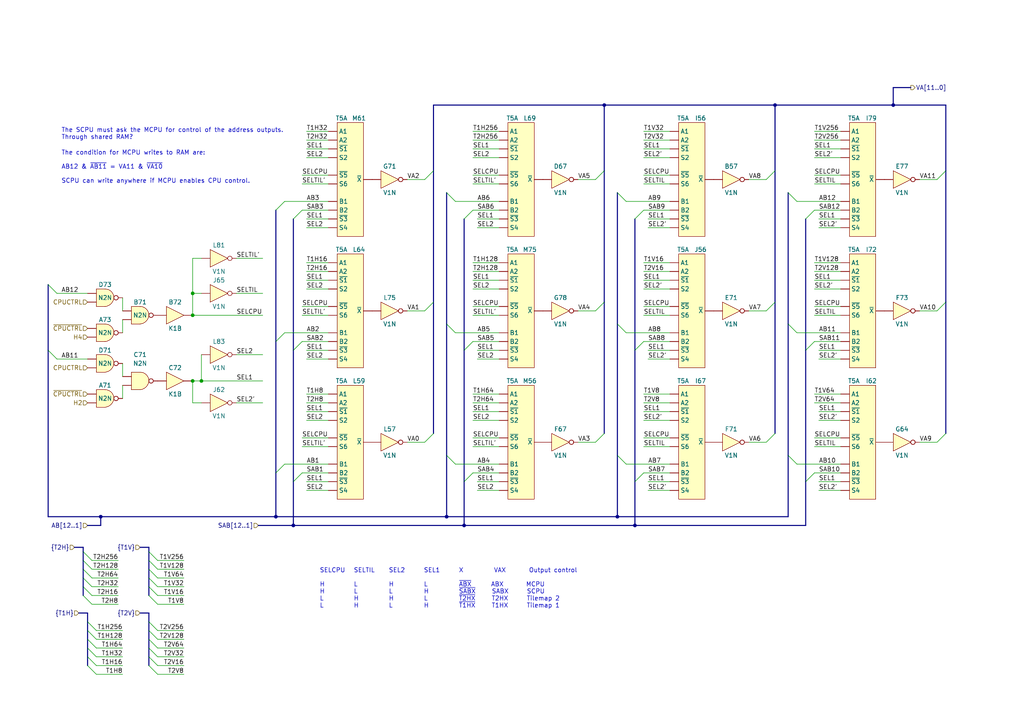
<source format=kicad_sch>
(kicad_sch (version 20231120) (generator "eeschema") (generator_version "8.0")
  (paper "A4")
  (title_block (title "Konami 007779") (date "2023-09-17"))
  (lib_symbols
    (symbol "ga_fujitsu_av:K1B"
      (property "Reference" "U" (at -1.27 3.81 0))
      (property "Value" "K1B" (at -0.6412 -0.0298 0))
      (symbol "K1B_1_1"
        (polyline (pts (xy -2.54 2.54) (xy -2.54 -2.54) (xy 2.54 0) (xy -2.54 2.54)) (fill (type background)))
        (pin input line (at -5.08 0 0) (length 2.54) (name "") (number ""))
        (pin output line (at 5.08 0 180) (length 2.54) (name "") (number ""))
      )
    )
    (symbol "ga_fujitsu_av:N2N"
      (property "Reference" "U" (at 0 3.81 0))
      (property "Value" "N2N" (at 0 0 0))
      (symbol "N2N_1_1"
        (arc (start 0 -2.54) (mid 1.7263 -1.7263) (end 2.54 0) (fill (type background)))
        (polyline (pts (xy 0 2.54) (xy -2.54 2.54) (xy -2.54 -2.54) (xy 0 -2.54)) (fill (type background)))
        (arc (start 2.54 0) (mid 1.7961 1.7961) (end 0 2.54) (fill (type background)))
        (pin input line (at -5.08 -1.27 0) (length 2.54) (name "") (number ""))
        (pin input line (at -5.08 1.27 0) (length 2.54) (name "") (number ""))
        (pin output inverted (at 5.08 0 180) (length 2.54) (name "") (number ""))
      )
    )
    (symbol "ga_fujitsu_av:T5A"
      (property "Reference" "U" (at 2.54 17.78 0))
      (property "Value" "T5A" (at -2.54 17.78 0))
      (symbol "T5A_1_1"
        (rectangle (start -3.81 16.51) (end 3.81 -16.51) (fill (type background)))
        (pin input line (at -6.35 13.97 0) (length 2.54) (name "A1") (number ""))
        (pin input line (at -6.35 11.43 0) (length 2.54) (name "A2") (number ""))
        (pin input line (at -6.35 -6.35 0) (length 2.54) (name "B1") (number ""))
        (pin input line (at -6.35 -8.89 0) (length 2.54) (name "B2") (number ""))
        (pin input line (at -6.35 6.35 0) (length 2.54) (name "S2") (number ""))
        (pin input line (at -6.35 -13.97 0) (length 2.54) (name "S4") (number ""))
        (pin input line (at -6.35 -1.27 0) (length 2.54) (name "S6") (number ""))
        (pin input line (at -6.35 8.89 0) (length 2.54) (name "~{S1}") (number ""))
        (pin input line (at -6.35 -11.43 0) (length 2.54) (name "~{S3}") (number ""))
        (pin input line (at -6.35 1.27 0) (length 2.54) (name "~{S5}") (number ""))
        (pin output line (at 6.35 0 180) (length 2.54) (name "~{X}") (number ""))
      )
    )
    (symbol "ga_fujitsu_av:V1N"
      (property "Reference" "U" (at 0 2.54 0))
      (property "Value" "V1N" (at 0 -3.81 0))
      (symbol "V1N_1_1"
        (polyline (pts (xy -2.54 2.54) (xy -2.54 -2.54) (xy 2.54 0) (xy -2.54 2.54)) (fill (type background)))
        (pin input line (at -5.08 0 0) (length 2.54) (name "") (number ""))
        (pin output inverted (at 5.08 0 180) (length 2.54) (name "") (number ""))
      )
    )
  )
  (junction (at 184.15 152.4))
  (junction (at 29.21 149.86))
  (junction (at 129.54 149.86))
  (junction (at 55.88 91.44))
  (junction (at 85.09 152.4))
  (junction (at 179.07 149.86))
  (junction (at 55.88 110.49))
  (junction (at 224.79 30.48))
  (junction (at 175.26 30.48))
  (junction (at 80.01 149.86))
  (junction (at 259.08 30.48))
  (junction (at 58.42 110.49))
  (junction (at 55.88 85.09))
  (junction (at 134.62 152.4))
  (bus_entry (at 26.67 167.64) (size -2.54 -2.54))
  (bus_entry (at 129.54 132.08) (size 2.54 2.54))
  (bus_entry (at 43.18 180.34) (size 2.54 2.54))
  (bus_entry (at 85.09 101.6) (size 2.54 -2.54))
  (bus_entry (at 233.68 101.6) (size 2.54 -2.54))
  (bus_entry (at 134.62 139.7) (size 2.54 -2.54))
  (bus_entry (at 129.54 93.98) (size 2.54 2.54))
  (bus_entry (at 129.54 55.88) (size 2.54 2.54))
  (bus_entry (at 26.67 165.1) (size -2.54 -2.54))
  (bus_entry (at 134.62 101.6) (size 2.54 -2.54))
  (bus_entry (at 179.07 55.88) (size 2.54 2.54))
  (bus_entry (at 45.72 162.56) (size -2.54 -2.54))
  (bus_entry (at 45.72 195.58) (size -2.54 -2.54))
  (bus_entry (at 123.19 128.27) (size 2.54 -2.54))
  (bus_entry (at 271.78 90.17) (size 2.54 -2.54))
  (bus_entry (at 26.67 162.56) (size -2.54 -2.54))
  (bus_entry (at 271.78 128.27) (size 2.54 -2.54))
  (bus_entry (at 184.15 101.6) (size 2.54 -2.54))
  (bus_entry (at 179.07 132.08) (size 2.54 2.54))
  (bus_entry (at 45.72 175.26) (size -2.54 -2.54))
  (bus_entry (at 222.25 90.17) (size 2.54 -2.54))
  (bus_entry (at 80.01 137.16) (size 2.54 -2.54))
  (bus_entry (at 45.72 187.96) (size -2.54 -2.54))
  (bus_entry (at 233.68 63.5) (size 2.54 -2.54))
  (bus_entry (at 16.51 104.14) (size -2.54 -2.54))
  (bus_entry (at 172.72 90.17) (size 2.54 -2.54))
  (bus_entry (at 27.94 190.5) (size -2.54 -2.54))
  (bus_entry (at 233.68 139.7) (size 2.54 -2.54))
  (bus_entry (at 85.09 63.5) (size 2.54 -2.54))
  (bus_entry (at 172.72 52.07) (size 2.54 -2.54))
  (bus_entry (at 179.07 93.98) (size 2.54 2.54))
  (bus_entry (at 271.78 52.07) (size 2.54 -2.54))
  (bus_entry (at 45.72 172.72) (size -2.54 -2.54))
  (bus_entry (at 45.72 193.04) (size -2.54 -2.54))
  (bus_entry (at 222.25 128.27) (size 2.54 -2.54))
  (bus_entry (at 27.94 193.04) (size -2.54 -2.54))
  (bus_entry (at 27.94 185.42) (size -2.54 -2.54))
  (bus_entry (at 228.6 132.08) (size 2.54 2.54))
  (bus_entry (at 172.72 128.27) (size 2.54 -2.54))
  (bus_entry (at 228.6 93.98) (size 2.54 2.54))
  (bus_entry (at 222.25 52.07) (size 2.54 -2.54))
  (bus_entry (at 45.72 185.42) (size -2.54 -2.54))
  (bus_entry (at 27.94 187.96) (size -2.54 -2.54))
  (bus_entry (at 184.15 139.7) (size 2.54 -2.54))
  (bus_entry (at 85.09 139.7) (size 2.54 -2.54))
  (bus_entry (at 16.51 85.09) (size -2.54 -2.54))
  (bus_entry (at 26.67 170.18) (size -2.54 -2.54))
  (bus_entry (at 184.15 63.5) (size 2.54 -2.54))
  (bus_entry (at 27.94 182.88) (size -2.54 -2.54))
  (bus_entry (at 80.01 60.96) (size 2.54 -2.54))
  (bus_entry (at 134.62 63.5) (size 2.54 -2.54))
  (bus_entry (at 27.94 195.58) (size -2.54 -2.54))
  (bus_entry (at 228.6 55.88) (size 2.54 2.54))
  (bus_entry (at 45.72 190.5) (size -2.54 -2.54))
  (bus_entry (at 123.19 52.07) (size 2.54 -2.54))
  (bus_entry (at 45.72 170.18) (size -2.54 -2.54))
  (bus_entry (at 45.72 165.1) (size -2.54 -2.54))
  (bus_entry (at 26.67 175.26) (size -2.54 -2.54))
  (bus_entry (at 123.19 90.17) (size 2.54 -2.54))
  (bus_entry (at 45.72 167.64) (size -2.54 -2.54))
  (bus_entry (at 26.67 172.72) (size -2.54 -2.54))
  (bus_entry (at 80.01 99.06) (size 2.54 -2.54))
  (wire (pts (xy 137.16 99.06) (xy 144.78 99.06)))
  (wire (pts (xy 53.34 167.64) (xy 45.72 167.64)))
  (wire (pts (xy 236.22 76.2) (xy 243.84 76.2)))
  (wire (pts (xy 82.55 96.52) (xy 95.25 96.52)))
  (wire (pts (xy 88.9 121.92) (xy 95.25 121.92)))
  (wire (pts (xy 87.63 99.06) (xy 95.25 99.06)))
  (wire (pts (xy 236.22 78.74) (xy 243.84 78.74)))
  (wire (pts (xy 186.69 91.44) (xy 194.31 91.44)))
  (bus (pts (xy 228.6 55.88) (xy 228.6 93.98)))
  (wire (pts (xy 34.29 167.64) (xy 26.67 167.64)))
  (wire (pts (xy 231.14 58.42) (xy 243.84 58.42)))
  (wire (pts (xy 58.42 116.84) (xy 55.88 116.84)))
  (bus (pts (xy 134.62 63.5) (xy 134.62 101.6)))
  (wire (pts (xy 186.69 119.38) (xy 194.31 119.38)))
  (wire (pts (xy 187.96 142.24) (xy 194.31 142.24)))
  (wire (pts (xy 236.22 129.54) (xy 243.84 129.54)))
  (wire (pts (xy 118.11 128.27) (xy 123.19 128.27)))
  (wire (pts (xy 55.88 110.49) (xy 58.42 110.49)))
  (wire (pts (xy 138.43 66.04) (xy 144.78 66.04)))
  (bus (pts (xy 184.15 63.5) (xy 184.15 101.6)))
  (bus (pts (xy 224.79 49.53) (xy 224.79 87.63)))
  (wire (pts (xy 236.22 114.3) (xy 243.84 114.3)))
  (wire (pts (xy 137.16 119.38) (xy 144.78 119.38)))
  (wire (pts (xy 138.43 101.6) (xy 144.78 101.6)))
  (bus (pts (xy 43.18 167.64) (xy 43.18 170.18)))
  (bus (pts (xy 125.73 30.48) (xy 175.26 30.48)))
  (wire (pts (xy 87.63 129.54) (xy 95.25 129.54)))
  (wire (pts (xy 237.49 63.5) (xy 243.84 63.5)))
  (wire (pts (xy 55.88 85.09) (xy 55.88 91.44)))
  (wire (pts (xy 138.43 63.5) (xy 144.78 63.5)))
  (wire (pts (xy 181.61 58.42) (xy 194.31 58.42)))
  (wire (pts (xy 87.63 91.44) (xy 95.25 91.44)))
  (wire (pts (xy 236.22 45.72) (xy 243.84 45.72)))
  (bus (pts (xy 184.15 152.4) (xy 233.68 152.4)))
  (wire (pts (xy 68.58 85.09) (xy 76.2 85.09)))
  (wire (pts (xy 187.96 101.6) (xy 194.31 101.6)))
  (wire (pts (xy 237.49 104.14) (xy 243.84 104.14)))
  (bus (pts (xy 134.62 101.6) (xy 134.62 139.7)))
  (wire (pts (xy 167.64 90.17) (xy 172.72 90.17)))
  (bus (pts (xy 184.15 139.7) (xy 184.15 152.4)))
  (wire (pts (xy 187.96 139.7) (xy 194.31 139.7)))
  (wire (pts (xy 186.69 81.28) (xy 194.31 81.28)))
  (bus (pts (xy 25.4 177.8) (xy 25.4 180.34)))
  (wire (pts (xy 35.56 193.04) (xy 27.94 193.04)))
  (wire (pts (xy 53.34 193.04) (xy 45.72 193.04)))
  (wire (pts (xy 186.69 40.64) (xy 194.31 40.64)))
  (wire (pts (xy 88.9 101.6) (xy 95.25 101.6)))
  (wire (pts (xy 34.29 162.56) (xy 26.67 162.56)))
  (wire (pts (xy 88.9 78.74) (xy 95.25 78.74)))
  (bus (pts (xy 24.13 167.64) (xy 24.13 165.1)))
  (wire (pts (xy 186.69 38.1) (xy 194.31 38.1)))
  (wire (pts (xy 88.9 45.72) (xy 95.25 45.72)))
  (bus (pts (xy 274.32 87.63) (xy 274.32 125.73)))
  (wire (pts (xy 138.43 142.24) (xy 144.78 142.24)))
  (wire (pts (xy 88.9 76.2) (xy 95.25 76.2)))
  (wire (pts (xy 236.22 116.84) (xy 243.84 116.84)))
  (wire (pts (xy 186.69 137.16) (xy 194.31 137.16)))
  (wire (pts (xy 82.55 58.42) (xy 95.25 58.42)))
  (bus (pts (xy 85.09 101.6) (xy 85.09 139.7)))
  (wire (pts (xy 186.69 83.82) (xy 194.31 83.82)))
  (wire (pts (xy 53.34 195.58) (xy 45.72 195.58)))
  (wire (pts (xy 167.64 128.27) (xy 172.72 128.27)))
  (wire (pts (xy 88.9 43.18) (xy 95.25 43.18)))
  (wire (pts (xy 237.49 119.38) (xy 243.84 119.38)))
  (wire (pts (xy 68.58 74.93) (xy 76.2 74.93)))
  (wire (pts (xy 137.16 114.3) (xy 144.78 114.3)))
  (wire (pts (xy 137.16 81.28) (xy 144.78 81.28)))
  (wire (pts (xy 53.34 162.56) (xy 45.72 162.56)))
  (wire (pts (xy 137.16 60.96) (xy 144.78 60.96)))
  (wire (pts (xy 137.16 50.8) (xy 144.78 50.8)))
  (wire (pts (xy 137.16 91.44) (xy 144.78 91.44)))
  (wire (pts (xy 231.14 134.62) (xy 243.84 134.62)))
  (wire (pts (xy 217.17 52.07) (xy 222.25 52.07)))
  (wire (pts (xy 88.9 114.3) (xy 95.25 114.3)))
  (wire (pts (xy 236.22 40.64) (xy 243.84 40.64)))
  (wire (pts (xy 53.34 170.18) (xy 45.72 170.18)))
  (bus (pts (xy 179.07 93.98) (xy 179.07 132.08)))
  (wire (pts (xy 186.69 45.72) (xy 194.31 45.72)))
  (bus (pts (xy 259.08 25.4) (xy 264.16 25.4)))
  (bus (pts (xy 43.18 177.8) (xy 40.64 177.8)))
  (wire (pts (xy 236.22 83.82) (xy 243.84 83.82)))
  (bus (pts (xy 29.21 152.4) (xy 29.21 149.86)))
  (bus (pts (xy 129.54 149.86) (xy 179.07 149.86)))
  (wire (pts (xy 53.34 185.42) (xy 45.72 185.42)))
  (bus (pts (xy 274.32 49.53) (xy 274.32 30.48)))
  (bus (pts (xy 25.4 193.04) (xy 25.4 190.5)))
  (wire (pts (xy 236.22 43.18) (xy 243.84 43.18)))
  (wire (pts (xy 186.69 50.8) (xy 194.31 50.8)))
  (bus (pts (xy 224.79 30.48) (xy 224.79 49.53)))
  (wire (pts (xy 137.16 78.74) (xy 144.78 78.74)))
  (bus (pts (xy 43.18 162.56) (xy 43.18 165.1)))
  (wire (pts (xy 34.29 165.1) (xy 26.67 165.1)))
  (wire (pts (xy 186.69 76.2) (xy 194.31 76.2)))
  (wire (pts (xy 88.9 63.5) (xy 95.25 63.5)))
  (wire (pts (xy 137.16 127) (xy 144.78 127)))
  (bus (pts (xy 43.18 190.5) (xy 43.18 187.96)))
  (bus (pts (xy 233.68 152.4) (xy 233.68 139.7)))
  (bus (pts (xy 125.73 30.48) (xy 125.73 49.53)))
  (wire (pts (xy 236.22 53.34) (xy 243.84 53.34)))
  (bus (pts (xy 259.08 30.48) (xy 259.08 25.4)))
  (bus (pts (xy 43.18 160.02) (xy 43.18 162.56)))
  (wire (pts (xy 137.16 40.64) (xy 144.78 40.64)))
  (wire (pts (xy 118.11 90.17) (xy 123.19 90.17)))
  (wire (pts (xy 137.16 45.72) (xy 144.78 45.72)))
  (wire (pts (xy 55.88 74.93) (xy 55.88 85.09)))
  (bus (pts (xy 228.6 149.86) (xy 179.07 149.86)))
  (bus (pts (xy 125.73 87.63) (xy 125.73 125.73)))
  (wire (pts (xy 237.49 139.7) (xy 243.84 139.7)))
  (bus (pts (xy 43.18 160.02) (xy 43.18 158.75)))
  (bus (pts (xy 179.07 132.08) (xy 179.07 149.86)))
  (wire (pts (xy 58.42 74.93) (xy 55.88 74.93)))
  (bus (pts (xy 43.18 182.88) (xy 43.18 180.34)))
  (bus (pts (xy 85.09 139.7) (xy 85.09 152.4)))
  (wire (pts (xy 236.22 81.28) (xy 243.84 81.28)))
  (wire (pts (xy 217.17 128.27) (xy 222.25 128.27)))
  (wire (pts (xy 138.43 104.14) (xy 144.78 104.14)))
  (bus (pts (xy 25.4 177.8) (xy 22.86 177.8)))
  (bus (pts (xy 175.26 30.48) (xy 175.26 49.53)))
  (bus (pts (xy 175.26 87.63) (xy 175.26 125.73)))
  (bus (pts (xy 24.13 162.56) (xy 24.13 160.02)))
  (wire (pts (xy 53.34 190.5) (xy 45.72 190.5)))
  (bus (pts (xy 29.21 149.86) (xy 80.01 149.86)))
  (wire (pts (xy 88.9 142.24) (xy 95.25 142.24)))
  (bus (pts (xy 134.62 152.4) (xy 184.15 152.4)))
  (wire (pts (xy 236.22 50.8) (xy 243.84 50.8)))
  (wire (pts (xy 137.16 116.84) (xy 144.78 116.84)))
  (wire (pts (xy 186.69 99.06) (xy 194.31 99.06)))
  (wire (pts (xy 236.22 88.9) (xy 243.84 88.9)))
  (wire (pts (xy 88.9 66.04) (xy 95.25 66.04)))
  (wire (pts (xy 87.63 88.9) (xy 95.25 88.9)))
  (wire (pts (xy 186.69 129.54) (xy 194.31 129.54)))
  (bus (pts (xy 24.13 170.18) (xy 24.13 167.64)))
  (bus (pts (xy 129.54 55.88) (xy 129.54 93.98)))
  (bus (pts (xy 13.97 149.86) (xy 29.21 149.86)))
  (bus (pts (xy 43.18 185.42) (xy 43.18 182.88)))
  (wire (pts (xy 186.69 116.84) (xy 194.31 116.84)))
  (bus (pts (xy 25.4 190.5) (xy 25.4 187.96)))
  (wire (pts (xy 53.34 175.26) (xy 45.72 175.26)))
  (wire (pts (xy 266.7 128.27) (xy 271.78 128.27)))
  (wire (pts (xy 186.69 127) (xy 194.31 127)))
  (bus (pts (xy 43.18 158.75) (xy 40.64 158.75)))
  (bus (pts (xy 233.68 101.6) (xy 233.68 139.7)))
  (wire (pts (xy 16.51 104.14) (xy 25.4 104.14)))
  (bus (pts (xy 13.97 82.55) (xy 13.97 101.6)))
  (bus (pts (xy 175.26 30.48) (xy 224.79 30.48)))
  (wire (pts (xy 217.17 90.17) (xy 222.25 90.17)))
  (bus (pts (xy 43.18 180.34) (xy 43.18 177.8)))
  (wire (pts (xy 16.51 85.09) (xy 25.4 85.09)))
  (wire (pts (xy 88.9 38.1) (xy 95.25 38.1)))
  (wire (pts (xy 34.29 170.18) (xy 26.67 170.18)))
  (bus (pts (xy 129.54 132.08) (xy 129.54 149.86)))
  (bus (pts (xy 43.18 193.04) (xy 43.18 190.5)))
  (wire (pts (xy 82.55 134.62) (xy 95.25 134.62)))
  (bus (pts (xy 125.73 49.53) (xy 125.73 87.63)))
  (wire (pts (xy 88.9 83.82) (xy 95.25 83.82)))
  (wire (pts (xy 138.43 139.7) (xy 144.78 139.7)))
  (wire (pts (xy 236.22 127) (xy 243.84 127)))
  (wire (pts (xy 137.16 53.34) (xy 144.78 53.34)))
  (wire (pts (xy 137.16 43.18) (xy 144.78 43.18)))
  (wire (pts (xy 186.69 114.3) (xy 194.31 114.3)))
  (bus (pts (xy 184.15 101.6) (xy 184.15 139.7)))
  (wire (pts (xy 53.34 187.96) (xy 45.72 187.96)))
  (wire (pts (xy 236.22 91.44) (xy 243.84 91.44)))
  (wire (pts (xy 181.61 134.62) (xy 194.31 134.62)))
  (wire (pts (xy 137.16 88.9) (xy 144.78 88.9)))
  (wire (pts (xy 35.56 90.17) (xy 35.56 86.36)))
  (wire (pts (xy 88.9 40.64) (xy 95.25 40.64)))
  (wire (pts (xy 181.61 96.52) (xy 194.31 96.52)))
  (wire (pts (xy 186.69 121.92) (xy 194.31 121.92)))
  (wire (pts (xy 58.42 85.09) (xy 55.88 85.09)))
  (wire (pts (xy 231.14 96.52) (xy 243.84 96.52)))
  (wire (pts (xy 236.22 38.1) (xy 243.84 38.1)))
  (wire (pts (xy 237.49 142.24) (xy 243.84 142.24)))
  (bus (pts (xy 274.32 49.53) (xy 274.32 87.63)))
  (wire (pts (xy 35.56 115.57) (xy 35.56 111.76)))
  (wire (pts (xy 236.22 137.16) (xy 243.84 137.16)))
  (wire (pts (xy 236.22 60.96) (xy 243.84 60.96)))
  (bus (pts (xy 43.18 165.1) (xy 43.18 167.64)))
  (wire (pts (xy 58.42 102.87) (xy 58.42 110.49)))
  (wire (pts (xy 137.16 129.54) (xy 144.78 129.54)))
  (wire (pts (xy 58.42 110.49) (xy 76.2 110.49)))
  (bus (pts (xy 80.01 60.96) (xy 80.01 99.06)))
  (wire (pts (xy 137.16 83.82) (xy 144.78 83.82)))
  (bus (pts (xy 24.13 165.1) (xy 24.13 162.56)))
  (wire (pts (xy 53.34 165.1) (xy 45.72 165.1)))
  (wire (pts (xy 137.16 38.1) (xy 144.78 38.1)))
  (bus (pts (xy 24.13 172.72) (xy 24.13 170.18)))
  (bus (pts (xy 80.01 137.16) (xy 80.01 149.86)))
  (bus (pts (xy 43.18 170.18) (xy 43.18 172.72)))
  (wire (pts (xy 167.64 52.07) (xy 172.72 52.07)))
  (wire (pts (xy 137.16 121.92) (xy 144.78 121.92)))
  (wire (pts (xy 132.08 58.42) (xy 144.78 58.42)))
  (wire (pts (xy 68.58 116.84) (xy 76.2 116.84)))
  (wire (pts (xy 35.56 182.88) (xy 27.94 182.88)))
  (wire (pts (xy 88.9 139.7) (xy 95.25 139.7)))
  (bus (pts (xy 24.13 160.02) (xy 24.13 158.75)))
  (bus (pts (xy 228.6 132.08) (xy 228.6 149.86)))
  (bus (pts (xy 175.26 49.53) (xy 175.26 87.63)))
  (wire (pts (xy 237.49 101.6) (xy 243.84 101.6)))
  (bus (pts (xy 25.4 187.96) (xy 25.4 185.42)))
  (wire (pts (xy 55.88 116.84) (xy 55.88 110.49)))
  (wire (pts (xy 88.9 104.14) (xy 95.25 104.14)))
  (wire (pts (xy 53.34 182.88) (xy 45.72 182.88)))
  (bus (pts (xy 259.08 30.48) (xy 274.32 30.48)))
  (wire (pts (xy 87.63 137.16) (xy 95.25 137.16)))
  (wire (pts (xy 186.69 53.34) (xy 194.31 53.34)))
  (bus (pts (xy 228.6 93.98) (xy 228.6 132.08)))
  (bus (pts (xy 179.07 55.88) (xy 179.07 93.98)))
  (wire (pts (xy 35.56 105.41) (xy 35.56 109.22)))
  (wire (pts (xy 53.34 172.72) (xy 45.72 172.72)))
  (wire (pts (xy 186.69 43.18) (xy 194.31 43.18)))
  (wire (pts (xy 187.96 66.04) (xy 194.31 66.04)))
  (wire (pts (xy 87.63 53.34) (xy 95.25 53.34)))
  (bus (pts (xy 224.79 30.48) (xy 259.08 30.48)))
  (bus (pts (xy 25.4 182.88) (xy 25.4 185.42)))
  (wire (pts (xy 35.56 195.58) (xy 27.94 195.58)))
  (wire (pts (xy 266.7 90.17) (xy 271.78 90.17)))
  (wire (pts (xy 266.7 52.07) (xy 271.78 52.07)))
  (bus (pts (xy 43.18 187.96) (xy 43.18 185.42)))
  (bus (pts (xy 233.68 63.5) (xy 233.68 101.6)))
  (bus (pts (xy 25.4 182.88) (xy 25.4 180.34)))
  (bus (pts (xy 80.01 149.86) (xy 129.54 149.86)))
  (wire (pts (xy 88.9 116.84) (xy 95.25 116.84)))
  (wire (pts (xy 237.49 121.92) (xy 243.84 121.92)))
  (wire (pts (xy 34.29 172.72) (xy 26.67 172.72)))
  (wire (pts (xy 35.56 187.96) (xy 27.94 187.96)))
  (bus (pts (xy 13.97 101.6) (xy 13.97 149.86)))
  (wire (pts (xy 118.11 52.07) (xy 123.19 52.07)))
  (wire (pts (xy 186.69 60.96) (xy 194.31 60.96)))
  (wire (pts (xy 87.63 60.96) (xy 95.25 60.96)))
  (wire (pts (xy 88.9 119.38) (xy 95.25 119.38)))
  (bus (pts (xy 134.62 139.7) (xy 134.62 152.4)))
  (wire (pts (xy 186.69 78.74) (xy 194.31 78.74)))
  (wire (pts (xy 35.56 190.5) (xy 27.94 190.5)))
  (wire (pts (xy 132.08 96.52) (xy 144.78 96.52)))
  (wire (pts (xy 68.58 102.87) (xy 76.2 102.87)))
  (wire (pts (xy 186.69 88.9) (xy 194.31 88.9)))
  (wire (pts (xy 137.16 137.16) (xy 144.78 137.16)))
  (wire (pts (xy 187.96 104.14) (xy 194.31 104.14)))
  (wire (pts (xy 35.56 96.52) (xy 35.56 92.71)))
  (wire (pts (xy 34.29 175.26) (xy 26.67 175.26)))
  (bus (pts (xy 80.01 99.06) (xy 80.01 137.16)))
  (wire (pts (xy 55.88 91.44) (xy 76.2 91.44)))
  (bus (pts (xy 25.4 152.4) (xy 29.21 152.4)))
  (wire (pts (xy 87.63 127) (xy 95.25 127)))
  (wire (pts (xy 236.22 99.06) (xy 243.84 99.06)))
  (bus (pts (xy 85.09 63.5) (xy 85.09 101.6)))
  (wire (pts (xy 187.96 63.5) (xy 194.31 63.5)))
  (wire (pts (xy 132.08 134.62) (xy 144.78 134.62)))
  (bus (pts (xy 224.79 87.63) (xy 224.79 125.73)))
  (bus (pts (xy 85.09 152.4) (xy 134.62 152.4)))
  (wire (pts (xy 35.56 185.42) (xy 27.94 185.42)))
  (bus (pts (xy 24.13 158.75) (xy 21.59 158.75)))
  (bus (pts (xy 74.93 152.4) (xy 85.09 152.4)))
  (wire (pts (xy 88.9 81.28) (xy 95.25 81.28)))
  (wire (pts (xy 237.49 66.04) (xy 243.84 66.04)))
  (wire (pts (xy 87.63 50.8) (xy 95.25 50.8)))
  (wire (pts (xy 137.16 76.2) (xy 144.78 76.2)))
  (bus (pts (xy 129.54 93.98) (xy 129.54 132.08)))
  (text "The SCPU must ask the MCPU for control of the address outputs.\nThrough shared RAM?" (at 17.78 40.64 0) (effects (font (size 1.27 1.27)) (justify left bottom)))
  (text "SELCPU	SELTIL	SEL2	SEL1	X		VAX		Output control\n\nH		L		H		L		~{ABX}	 ABX	 MCPU\nH		L		L		H		~{SABX}	SABX	SCPU\nL		H		H		L		~{T2HX}	T2HX	Tilemap 2\nL		H		L		H		~{T1HX}	T1HX	Tilemap 1\n" (at 92.71 176.53 0) (effects (font (size 1.27 1.27)) (justify left bottom)))
  (text "The condition for MCPU writes to RAM are:\n\nAB12 & ~{AB11} = VA11 & ~{VA10}\n\nSCPU can write anywhere if MCPU enables CPU control.\n" (at 17.78 53.34 0) (effects (font (size 1.27 1.27)) (justify left bottom)))
  (label "SEL2" (at 137.16 121.92 0))
  (label "T2V32" (at 53.34 190.5 180))
  (label "SEL2" (at 88.9 142.24 0))
  (label "SAB5" (at 138.43 99.06 0))
  (label "T1H16" (at 88.9 76.2 0))
  (label "SELCPU" (at 137.16 50.8 0))
  (label "SEL1" (at 88.9 101.6 0))
  (label "AB10" (at 237.49 134.62 0))
  (label "SAB1" (at 88.9 137.16 0))
  (label "SEL2" (at 138.43 104.14 0))
  (label "AB12" (at 237.49 58.42 0))
  (label "T2H8" (at 88.9 116.84 0))
  (label "SEL2" (at 88.9 104.14 0))
  (label "SELCPU" (at 236.22 50.8 0))
  (label "T1H256" (at 137.16 38.1 0))
  (label "SAB11" (at 237.49 99.06 0))
  (label "SELTIL" (at 186.69 129.54 0))
  (label "VA4" (at 167.64 90.17 0))
  (label "VA10" (at 266.7 90.17 0))
  (label "SELTIL' " (at 68.58 74.93 0))
  (label "AB9" (at 187.96 58.42 0))
  (label "T1V16" (at 53.34 172.72 180))
  (label "SEL2'" (at 236.22 45.72 0))
  (label "SEL1" (at 186.69 43.18 0))
  (label "SEL1" (at 88.9 119.38 0))
  (label "AB5" (at 138.43 96.52 0))
  (label "SELTIL" (at 236.22 53.34 0))
  (label "SAB10" (at 237.49 137.16 0))
  (label "SEL1" (at 88.9 139.7 0))
  (label "SEL2'" (at 187.96 66.04 0))
  (label "T2H32" (at 88.9 40.64 0))
  (label "T2V64" (at 236.22 116.84 0))
  (label "SEL2" (at 138.43 142.24 0))
  (label "SAB4" (at 138.43 137.16 0))
  (label "SELCPU" (at 68.58 91.44 0))
  (label "VA1" (at 118.11 90.17 0))
  (label "SAB8" (at 187.96 99.06 0))
  (label "VA7" (at 217.17 90.17 0))
  (label "SELCPU" (at 236.22 127 0))
  (label "SELCPU" (at 186.69 88.9 0))
  (label "T1V64" (at 53.34 167.64 180))
  (label "T2H64" (at 34.29 167.64 180))
  (label "AB2" (at 88.9 96.52 0))
  (label "T2V32" (at 186.69 40.64 0))
  (label "SEL2" (at 88.9 45.72 0))
  (label "SELTIL" (at 236.22 129.54 0))
  (label "SELCPU" (at 137.16 127 0))
  (label "AB8" (at 187.96 96.52 0))
  (label "T1H8" (at 35.56 195.58 180))
  (label "T2H16" (at 34.29 172.72 180))
  (label "SELCPU" (at 186.69 50.8 0))
  (label "T2V16" (at 186.69 78.74 0))
  (label "SEL2'" (at 186.69 121.92 0))
  (label "T1V256" (at 236.22 38.1 0))
  (label "SEL2'" (at 186.69 83.82 0))
  (label "T2V128" (at 236.22 78.74 0))
  (label "T1V64" (at 236.22 114.3 0))
  (label "SAB2" (at 88.9 99.06 0))
  (label "SEL1" (at 88.9 63.5 0))
  (label "T1V32" (at 186.69 38.1 0))
  (label "SELCPU" (at 87.63 127 0))
  (label "SEL1" (at 187.96 63.5 0))
  (label "VA5" (at 167.64 52.07 0))
  (label "T2H128" (at 137.16 78.74 0))
  (label "SAB7" (at 187.96 137.16 0))
  (label "VA2" (at 118.11 52.07 0))
  (label "SEL1" (at 186.69 119.38 0))
  (label "SEL1" (at 138.43 63.5 0))
  (label "VA0" (at 118.11 128.27 0))
  (label "T2H64" (at 137.16 116.84 0))
  (label "T1V8" (at 186.69 114.3 0))
  (label "SEL2'" (at 236.22 83.82 0))
  (label "SELTIL" (at 186.69 91.44 0))
  (label "VA9" (at 266.7 128.27 0))
  (label "SELTIL" (at 236.22 91.44 0))
  (label "SEL1" (at 237.49 101.6 0))
  (label "T1H128" (at 137.16 76.2 0))
  (label "SEL1" (at 138.43 139.7 0))
  (label "SEL2'" (at 68.58 116.84 0))
  (label "SEL1" (at 138.43 101.6 0))
  (label "T1H32" (at 88.9 38.1 0))
  (label "T1H256" (at 35.56 182.88 180))
  (label "VA8" (at 217.17 52.07 0))
  (label "T2H8" (at 34.29 175.26 180))
  (label "SEL1" (at 68.58 110.49 0))
  (label "SEL1" (at 88.9 43.18 0))
  (label "SEL2" (at 88.9 66.04 0))
  (label "VA11" (at 266.7 52.07 0))
  (label "SAB3" (at 88.9 60.96 0))
  (label "SELTIL" (at 186.69 53.34 0))
  (label "SELTIL" (at 68.58 85.09 0))
  (label "SELCPU" (at 186.69 127 0))
  (label "T2V8" (at 186.69 116.84 0))
  (label "SEL1" (at 137.16 119.38 0))
  (label "SEL2'" (at 186.69 45.72 0))
  (label "SEL2" (at 68.58 102.87 0))
  (label "SEL1" (at 236.22 81.28 0))
  (label "SAB6" (at 138.43 60.96 0))
  (label "T2H32" (at 34.29 170.18 180))
  (label "T1V32" (at 53.34 170.18 180))
  (label "AB4" (at 138.43 134.62 0))
  (label "T1V256" (at 53.34 162.56 180))
  (label "T2H256" (at 34.29 162.56 180))
  (label "SEL1" (at 137.16 81.28 0))
  (label "T2H256" (at 137.16 40.64 0))
  (label "SEL2" (at 137.16 83.82 0))
  (label "SELTIL' " (at 137.16 129.54 0))
  (label "SEL1" (at 137.16 43.18 0))
  (label "T2V256" (at 53.34 182.88 180))
  (label "T2H128" (at 34.29 165.1 180))
  (label "SEL1" (at 187.96 101.6 0))
  (label "SEL1" (at 236.22 43.18 0))
  (label "AB11" (at 237.49 96.52 0))
  (label "SELTIL' " (at 87.63 129.54 0))
  (label "T1V8" (at 53.34 175.26 180))
  (label "AB7" (at 187.96 134.62 0))
  (label "SELCPU" (at 87.63 50.8 0))
  (label "T1H16" (at 35.56 193.04 180))
  (label "AB11" (at 17.78 104.14 0))
  (label "AB3" (at 88.9 58.42 0))
  (label "T1V128" (at 53.34 165.1 180))
  (label "T2V16" (at 53.34 193.04 180))
  (label "T1H64" (at 35.56 187.96 180))
  (label "SEL2'" (at 237.49 104.14 0))
  (label "SAB9" (at 187.96 60.96 0))
  (label "SEL2'" (at 187.96 104.14 0))
  (label "SEL2" (at 138.43 66.04 0))
  (label "SAB12" (at 237.49 60.96 0))
  (label "T2H16" (at 88.9 78.74 0))
  (label "SEL2'" (at 187.96 142.24 0))
  (label "SEL2" (at 88.9 121.92 0))
  (label "SEL1" (at 186.69 81.28 0))
  (label "T1V128" (at 236.22 76.2 0))
  (label "T1H128" (at 35.56 185.42 180))
  (label "SEL1" (at 187.96 139.7 0))
  (label "SEL1" (at 237.49 139.7 0))
  (label "T2V256" (at 236.22 40.64 0))
  (label "SELTIL' " (at 87.63 53.34 0))
  (label "T2V64" (at 53.34 187.96 180))
  (label "T1H32" (at 35.56 190.5 180))
  (label "VA6" (at 217.17 128.27 0))
  (label "SELTIL' " (at 87.63 91.44 0))
  (label "T1H64" (at 137.16 114.3 0))
  (label "AB6" (at 138.43 58.42 0))
  (label "T1V16" (at 186.69 76.2 0))
  (label "T2V128" (at 53.34 185.42 180))
  (label "AB12" (at 17.78 85.09 0))
  (label "SEL2" (at 88.9 83.82 0))
  (label "SELCPU" (at 236.22 88.9 0))
  (label "SEL2'" (at 237.49 66.04 0))
  (label "SELCPU" (at 137.16 88.9 0))
  (label "SEL2'" (at 237.49 142.24 0))
  (label "SELTIL' " (at 137.16 91.44 0))
  (label "AB1" (at 88.9 134.62 0))
  (label "VA3" (at 167.64 128.27 0))
  (label "T2V8" (at 53.34 195.58 180))
  (label "T1H8" (at 88.9 114.3 0))
  (label "SEL2'" (at 237.49 121.92 0))
  (label "SEL2" (at 137.16 45.72 0))
  (label "SEL1" (at 237.49 119.38 0))
  (label "SELTIL' " (at 137.16 53.34 0))
  (label "SELCPU" (at 87.63 88.9 0))
  (label "SEL1" (at 88.9 81.28 0))
  (label "SEL1" (at 237.49 63.5 0))
  (hierarchical_label "{T1V}" (shape input) (at 40.64 158.75 180))
  (hierarchical_label "~{CPUCTRL}" (shape input) (at 25.4 95.25 180))
  (hierarchical_label "~{CPUCTRL}" (shape input) (at 25.4 114.3 180))
  (hierarchical_label "CPUCTRL" (shape input) (at 25.4 106.68 180))
  (hierarchical_label "{T2H}" (shape input) (at 21.59 158.75 180))
  (hierarchical_label "CPUCTRL" (shape input) (at 25.4 87.63 180))
  (hierarchical_label "H4" (shape input) (at 25.4 97.79 180))
  (hierarchical_label "{T1H}" (shape input) (at 22.86 177.8 180))
  (hierarchical_label "{T2V}" (shape input) (at 40.64 177.8 180))
  (hierarchical_label "AB[12..1]" (shape input) (at 25.4 152.4 180))
  (hierarchical_label "SAB[12..1]" (shape input) (at 74.93 152.4 180))
  (hierarchical_label "H2" (shape input) (at 25.4 116.84 180))
  (hierarchical_label "VA[11..0]" (shape output) (at 264.16 25.4 0))
  (symbol (lib_id "ga_fujitsu_av:V1N") (at 113.03 52.07 0) (unit 1)
    (property "Reference" "G71" (at 113.03 48.26 0))
    (property "Value" "V1N" (at 113.03 55.88 0))
  )
  (symbol (lib_id "ga_fujitsu_av:K1B") (at 50.8 110.49 0) (unit 1)
    (property "Reference" "C72" (at 50.8 106.68 0))
    (property "Value" "K1B" (at 50.8 114.3 0))
  )
  (symbol (lib_id "ga_fujitsu_av:V1N") (at 162.56 90.17 0) (unit 1)
    (property "Reference" "G78" (at 162.56 86.36 0))
    (property "Value" "V1N" (at 162.56 93.98 0))
  )
  (symbol (lib_id "ga_fujitsu_av:T5A") (at 101.6 128.27 0) (unit 1)
    (property "Reference" "L59" (at 104.14 110.49 0))
    (property "Value" "T5A" (at 99.06 110.49 0))
  )
  (symbol (lib_id "ga_fujitsu_av:V1N") (at 63.5 102.87 0) (unit 1)
    (property "Reference" "L83" (at 63.5 99.06 0))
    (property "Value" "V1N" (at 63.5 106.68 0))
  )
  (symbol (lib_id "ga_fujitsu_av:V1N") (at 63.5 116.84 0) (unit 1)
    (property "Reference" "J62" (at 63.5 113.03 0))
    (property "Value" "V1N" (at 63.5 120.65 0))
  )
  (symbol (lib_id "ga_fujitsu_av:T5A") (at 200.66 52.07 0) (unit 1)
    (property "Reference" "I56" (at 203.2 34.29 0))
    (property "Value" "T5A" (at 198.12 34.29 0))
  )
  (symbol (lib_id "ga_fujitsu_av:T5A") (at 151.13 128.27 0) (unit 1)
    (property "Reference" "M56" (at 153.67 110.49 0))
    (property "Value" "T5A" (at 148.59 110.49 0))
  )
  (symbol (lib_id "ga_fujitsu_av:V1N") (at 261.62 52.07 0) (unit 1)
    (property "Reference" "E77" (at 261.62 48.26 0))
    (property "Value" "V1N" (at 261.62 55.88 0))
  )
  (symbol (lib_id "ga_fujitsu_av:N2N") (at 40.64 91.44 0) (unit 1)
    (property "Reference" "B71" (at 40.64 87.63 0))
    (property "Value" "N2N" (at 40.64 91.44 0))
  )
  (symbol (lib_id "ga_fujitsu_av:T5A") (at 250.19 90.17 0) (unit 1)
    (property "Reference" "I72" (at 252.73 72.39 0))
    (property "Value" "T5A" (at 247.65 72.39 0))
  )
  (symbol (lib_id "ga_fujitsu_av:T5A") (at 250.19 52.07 0) (unit 1)
    (property "Reference" "I79" (at 252.73 34.29 0))
    (property "Value" "T5A" (at 247.65 34.29 0))
  )
  (symbol (lib_id "ga_fujitsu_av:V1N") (at 63.5 85.09 0) (unit 1)
    (property "Reference" "J65" (at 63.5 81.28 0))
    (property "Value" "V1N" (at 63.5 88.9 0))
  )
  (symbol (lib_id "ga_fujitsu_av:T5A") (at 250.19 128.27 0) (unit 1)
    (property "Reference" "I62" (at 252.73 110.49 0))
    (property "Value" "T5A" (at 247.65 110.49 0))
  )
  (symbol (lib_id "ga_fujitsu_av:V1N") (at 162.56 52.07 0) (unit 1)
    (property "Reference" "D67" (at 162.56 48.26 0))
    (property "Value" "V1N" (at 162.56 55.88 0))
  )
  (symbol (lib_id "ga_fujitsu_av:V1N") (at 261.62 128.27 0) (unit 1)
    (property "Reference" "G64" (at 261.62 124.46 0))
    (property "Value" "V1N" (at 261.62 132.08 0))
  )
  (symbol (lib_id "ga_fujitsu_av:N2N") (at 30.48 86.36 0) (unit 1)
    (property "Reference" "D73" (at 30.48 82.55 0))
    (property "Value" "N2N" (at 30.48 86.36 0))
  )
  (symbol (lib_id "ga_fujitsu_av:V1N") (at 212.09 90.17 0) (unit 1)
    (property "Reference" "E71" (at 212.09 86.36 0))
    (property "Value" "V1N" (at 212.09 93.98 0))
  )
  (symbol (lib_id "ga_fujitsu_av:V1N") (at 113.03 90.17 0) (unit 1)
    (property "Reference" "L75" (at 113.03 86.36 0))
    (property "Value" "V1N" (at 113.03 93.98 0))
  )
  (symbol (lib_id "ga_fujitsu_av:T5A") (at 200.66 90.17 0) (unit 1)
    (property "Reference" "J56" (at 203.2 72.39 0))
    (property "Value" "T5A" (at 198.12 72.39 0))
  )
  (symbol (lib_id "ga_fujitsu_av:T5A") (at 200.66 128.27 0) (unit 1)
    (property "Reference" "I67" (at 203.2 110.49 0))
    (property "Value" "T5A" (at 198.12 110.49 0))
  )
  (symbol (lib_id "ga_fujitsu_av:T5A") (at 101.6 52.07 0) (unit 1)
    (property "Reference" "M61" (at 104.14 34.29 0))
    (property "Value" "T5A" (at 99.06 34.29 0))
  )
  (symbol (lib_id "ga_fujitsu_av:V1N") (at 212.09 52.07 0) (unit 1)
    (property "Reference" "B57" (at 212.09 48.26 0))
    (property "Value" "V1N" (at 212.09 55.88 0))
  )
  (symbol (lib_id "ga_fujitsu_av:V1N") (at 63.5 74.93 0) (unit 1)
    (property "Reference" "L81" (at 63.5 71.12 0))
    (property "Value" "V1N" (at 63.5 78.74 0))
  )
  (symbol (lib_id "ga_fujitsu_av:T5A") (at 151.13 90.17 0) (unit 1)
    (property "Reference" "M75" (at 153.67 72.39 0))
    (property "Value" "T5A" (at 148.59 72.39 0))
  )
  (symbol (lib_id "ga_fujitsu_av:N2N") (at 30.48 115.57 0) (unit 1)
    (property "Reference" "A71" (at 30.48 111.76 0))
    (property "Value" "N2N" (at 30.48 115.57 0))
  )
  (symbol (lib_id "ga_fujitsu_av:K1B") (at 50.8 91.44 0) (unit 1)
    (property "Reference" "B72" (at 50.8 87.63 0))
    (property "Value" "K1B" (at 50.8 95.25 0))
  )
  (symbol (lib_id "ga_fujitsu_av:N2N") (at 30.48 96.52 0) (unit 1)
    (property "Reference" "A73" (at 30.48 92.71 0))
    (property "Value" "N2N" (at 30.48 96.52 0))
  )
  (symbol (lib_id "ga_fujitsu_av:V1N") (at 261.62 90.17 0) (unit 1)
    (property "Reference" "F73" (at 261.62 86.36 0))
    (property "Value" "V1N" (at 261.62 93.98 0))
  )
  (symbol (lib_id "ga_fujitsu_av:V1N") (at 212.09 128.27 0) (unit 1)
    (property "Reference" "F71" (at 212.09 124.46 0))
    (property "Value" "V1N" (at 212.09 132.08 0))
  )
  (symbol (lib_id "ga_fujitsu_av:N2N") (at 40.64 110.49 0) (unit 1)
    (property "Reference" "C71" (at 40.64 102.87 0))
    (property "Value" "N2N" (at 40.64 105.41 0))
  )
  (symbol (lib_id "ga_fujitsu_av:V1N") (at 113.03 128.27 0) (unit 1)
    (property "Reference" "L57" (at 113.03 124.46 0))
    (property "Value" "V1N" (at 113.03 132.08 0))
  )
  (symbol (lib_id "ga_fujitsu_av:T5A") (at 151.13 52.07 0) (unit 1)
    (property "Reference" "L69" (at 153.67 34.29 0))
    (property "Value" "T5A" (at 148.59 34.29 0))
  )
  (symbol (lib_id "ga_fujitsu_av:V1N") (at 162.56 128.27 0) (unit 1)
    (property "Reference" "F67" (at 162.56 124.46 0))
    (property "Value" "V1N" (at 162.56 132.08 0))
  )
  (symbol (lib_id "ga_fujitsu_av:T5A") (at 101.6 90.17 0) (unit 1)
    (property "Reference" "L64" (at 104.14 72.39 0))
    (property "Value" "T5A" (at 99.06 72.39 0))
  )
  (symbol (lib_id "ga_fujitsu_av:N2N") (at 30.48 105.41 0) (unit 1)
    (property "Reference" "D71" (at 30.48 101.6 0))
    (property "Value" "N2N" (at 30.48 105.41 0))
  )
)
</source>
